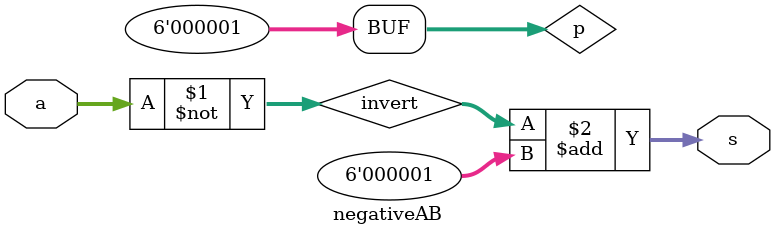
<source format=v>
`timescale 1ns / 1ps

`timescale 1ns / 1ps 
module negativeAB(
input [5:0] a,
output [5:0] s
);
wire [5:0]p = 000001;
wire [5:0] invert; 
assign invert = ~a;
/*ripple_carry_adder i0(.x(invert), .y(6'b00_0001), .sel(1'b0), .sum(s));*/
assign s =invert + p;
endmodule


</source>
